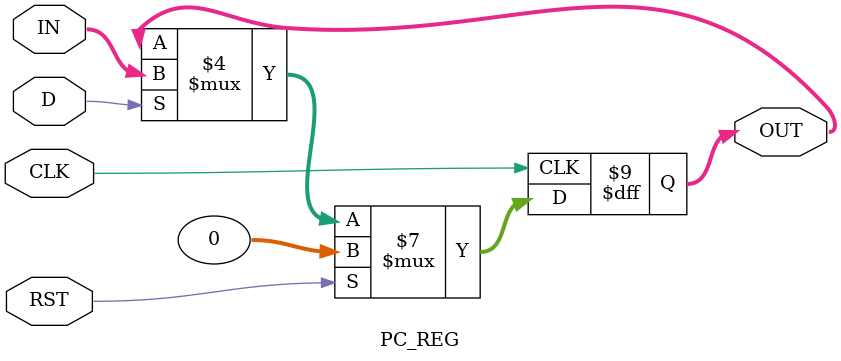
<source format=sv>
`timescale 1ns / 1ps

module PC_REG(
    input logic CLK,
    input logic RST,
    input logic D,
    input logic [31:0] IN,
    output logic [31:0] OUT
    );
    
    //Create PC Register!
    always_ff@(posedge CLK) begin
        if (RST == 1'b1) begin //If reset is high, set PC output to 0
            OUT <= 32'h00000000;
        end
        else if (D == 1'b1) begin //if Reset is low and D is high,
            OUT <= IN;              //set PC output to the input!
        end
    end
    
endmodule

</source>
